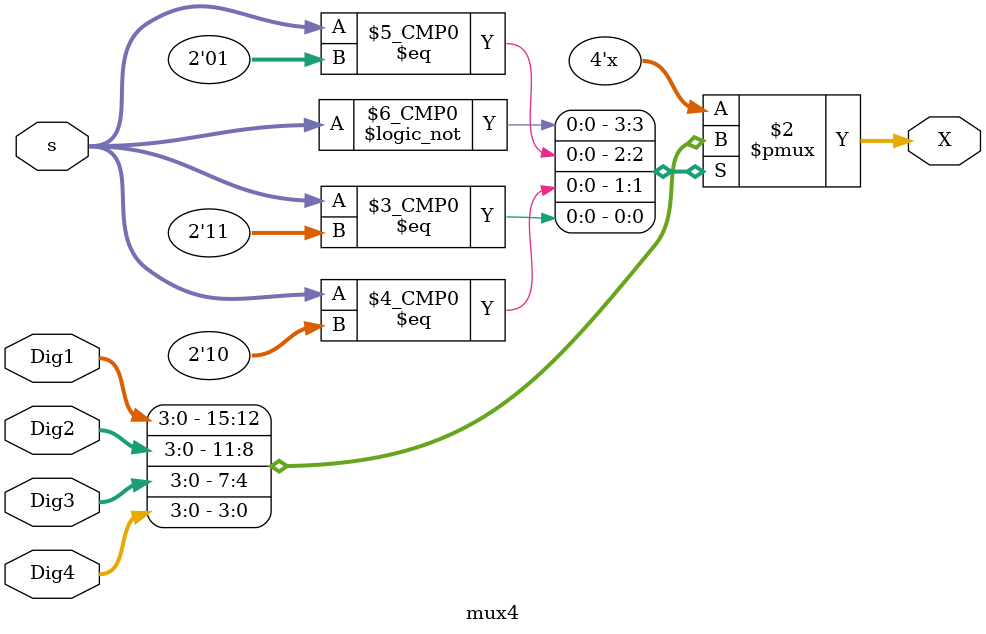
<source format=v>
`timescale 1ns / 1ps


module mux4(
    input wire [1:0]s,
    input wire [3:0]Dig1,
    input wire[3:0]Dig2,
    input wire [3:0]Dig3,
    input wire [3:0]Dig4,
    output reg [3:0]X
    );
    
    always @(s)
        case(s)
            2'b00: X <= Dig1;
            2'b01: X <= Dig2;
            2'b10: X <= Dig3;
            2'b11: X <= Dig4;
        endcase
endmodule

</source>
